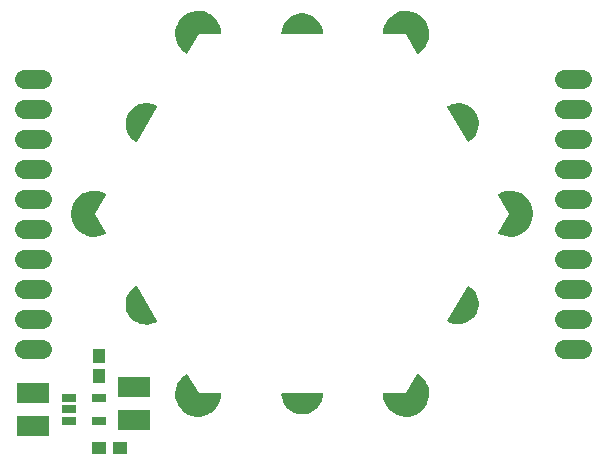
<source format=gbr>
G04 EAGLE Gerber RS-274X export*
G75*
%MOMM*%
%FSLAX34Y34*%
%LPD*%
%INSoldermask Bottom*%
%IPPOS*%
%AMOC8*
5,1,8,0,0,1.08239X$1,22.5*%
G01*
%ADD10C,1.101600*%
%ADD11C,1.625600*%
%ADD12R,1.301600X0.651600*%
%ADD13R,1.101600X1.201600*%
%ADD14R,2.801600X1.701600*%
%ADD15R,1.201600X1.101600*%

G36*
X538759Y340572D02*
X538759Y340572D01*
X538793Y340581D01*
X538842Y340584D01*
X541946Y341312D01*
X541978Y341327D01*
X542025Y341338D01*
X544965Y342573D01*
X544994Y342593D01*
X545039Y342612D01*
X547731Y344321D01*
X547756Y344345D01*
X547798Y344371D01*
X550167Y346505D01*
X550172Y346511D01*
X550175Y346514D01*
X550185Y346528D01*
X550188Y346533D01*
X550224Y346566D01*
X552205Y349064D01*
X552221Y349096D01*
X552251Y349134D01*
X553787Y351928D01*
X553798Y351962D01*
X553821Y352004D01*
X554870Y355016D01*
X554874Y355050D01*
X554891Y355097D01*
X555422Y358240D01*
X555421Y358276D01*
X555429Y358324D01*
X555429Y361512D01*
X555422Y361547D01*
X555422Y361596D01*
X554891Y364739D01*
X554878Y364772D01*
X554870Y364820D01*
X553821Y367832D01*
X553803Y367862D01*
X553787Y367908D01*
X552251Y370702D01*
X552228Y370729D01*
X552205Y370772D01*
X550224Y373270D01*
X550197Y373293D01*
X550167Y373331D01*
X547798Y375465D01*
X547767Y375483D01*
X547731Y375515D01*
X545039Y377224D01*
X545006Y377236D01*
X544965Y377263D01*
X542025Y378498D01*
X541991Y378505D01*
X541946Y378524D01*
X538842Y379252D01*
X538806Y379253D01*
X538759Y379264D01*
X535577Y379465D01*
X535542Y379460D01*
X535493Y379463D01*
X532322Y379130D01*
X532289Y379119D01*
X532240Y379114D01*
X529169Y378256D01*
X529138Y378241D01*
X529091Y378227D01*
X526205Y376870D01*
X526182Y376852D01*
X526155Y376842D01*
X526103Y376793D01*
X526046Y376751D01*
X526031Y376726D01*
X526010Y376706D01*
X525981Y376641D01*
X525946Y376579D01*
X525942Y376550D01*
X525930Y376524D01*
X525929Y376453D01*
X525920Y376382D01*
X525928Y376354D01*
X525928Y376325D01*
X525962Y376232D01*
X525974Y376191D01*
X525981Y376182D01*
X525985Y376169D01*
X535342Y359918D01*
X525985Y343667D01*
X525976Y343640D01*
X525959Y343616D01*
X525945Y343546D01*
X525922Y343478D01*
X525925Y343449D01*
X525919Y343421D01*
X525933Y343351D01*
X525938Y343280D01*
X525952Y343254D01*
X525957Y343226D01*
X525997Y343167D01*
X526030Y343104D01*
X526052Y343085D01*
X526069Y343061D01*
X526151Y343004D01*
X526183Y342977D01*
X526194Y342974D01*
X526205Y342966D01*
X529091Y341609D01*
X529125Y341600D01*
X529169Y341580D01*
X532240Y340722D01*
X532275Y340720D01*
X532322Y340706D01*
X535493Y340373D01*
X535528Y340376D01*
X535577Y340371D01*
X538759Y340572D01*
G37*
G36*
X184294Y340376D02*
X184294Y340376D01*
X184343Y340373D01*
X187514Y340706D01*
X187547Y340717D01*
X187596Y340722D01*
X190667Y341580D01*
X190698Y341595D01*
X190745Y341609D01*
X193631Y342966D01*
X193654Y342984D01*
X193681Y342994D01*
X193733Y343043D01*
X193790Y343085D01*
X193805Y343110D01*
X193826Y343130D01*
X193855Y343195D01*
X193890Y343257D01*
X193894Y343286D01*
X193906Y343312D01*
X193907Y343383D01*
X193916Y343454D01*
X193908Y343482D01*
X193909Y343511D01*
X193874Y343604D01*
X193862Y343645D01*
X193855Y343654D01*
X193851Y343667D01*
X184494Y359918D01*
X193851Y376169D01*
X193860Y376197D01*
X193877Y376221D01*
X193891Y376290D01*
X193914Y376358D01*
X193911Y376387D01*
X193917Y376415D01*
X193903Y376485D01*
X193898Y376556D01*
X193884Y376582D01*
X193879Y376610D01*
X193839Y376669D01*
X193806Y376732D01*
X193784Y376751D01*
X193767Y376775D01*
X193685Y376832D01*
X193653Y376859D01*
X193642Y376862D01*
X193631Y376870D01*
X190745Y378227D01*
X190711Y378236D01*
X190667Y378256D01*
X187596Y379114D01*
X187561Y379116D01*
X187514Y379130D01*
X184343Y379463D01*
X184308Y379460D01*
X184259Y379465D01*
X181077Y379264D01*
X181043Y379255D01*
X180994Y379252D01*
X177890Y378524D01*
X177858Y378510D01*
X177811Y378498D01*
X177277Y378274D01*
X176089Y377775D01*
X174901Y377275D01*
X174871Y377263D01*
X174842Y377243D01*
X174797Y377224D01*
X172105Y375515D01*
X172080Y375491D01*
X172039Y375465D01*
X169669Y373331D01*
X169648Y373303D01*
X169612Y373270D01*
X167631Y370772D01*
X167615Y370740D01*
X167585Y370702D01*
X166049Y367908D01*
X166038Y367874D01*
X166015Y367832D01*
X164966Y364820D01*
X164962Y364786D01*
X164945Y364739D01*
X164414Y361596D01*
X164415Y361561D01*
X164407Y361512D01*
X164407Y358324D01*
X164414Y358289D01*
X164414Y358240D01*
X164945Y355097D01*
X164958Y355064D01*
X164966Y355016D01*
X166015Y352004D01*
X166033Y351974D01*
X166049Y351928D01*
X167585Y349134D01*
X167608Y349107D01*
X167631Y349064D01*
X169612Y346566D01*
X169639Y346543D01*
X169669Y346505D01*
X172039Y344371D01*
X172069Y344353D01*
X172105Y344321D01*
X174797Y342612D01*
X174830Y342600D01*
X174871Y342573D01*
X177811Y341338D01*
X177845Y341331D01*
X177890Y341312D01*
X180994Y340584D01*
X181030Y340583D01*
X181077Y340572D01*
X184259Y340371D01*
X184294Y340376D01*
G37*
G36*
X273100Y188036D02*
X273100Y188036D01*
X273148Y188035D01*
X276297Y188496D01*
X276330Y188508D01*
X276378Y188515D01*
X279406Y189494D01*
X279436Y189512D01*
X279483Y189527D01*
X282304Y190998D01*
X282331Y191020D01*
X282375Y191042D01*
X284912Y192963D01*
X284935Y192989D01*
X284974Y193019D01*
X287155Y195336D01*
X287173Y195366D01*
X287207Y195401D01*
X288971Y198049D01*
X288984Y198082D01*
X289011Y198123D01*
X290309Y201028D01*
X290316Y201062D01*
X290336Y201107D01*
X291131Y204188D01*
X291133Y204223D01*
X291145Y204270D01*
X291415Y207441D01*
X291412Y207470D01*
X291417Y207500D01*
X291401Y207568D01*
X291393Y207638D01*
X291378Y207664D01*
X291371Y207693D01*
X291329Y207750D01*
X291294Y207811D01*
X291271Y207829D01*
X291253Y207853D01*
X291193Y207889D01*
X291136Y207932D01*
X291108Y207939D01*
X291082Y207955D01*
X290986Y207971D01*
X290944Y207982D01*
X290932Y207980D01*
X290918Y207982D01*
X272207Y207982D01*
X262851Y224232D01*
X262831Y224254D01*
X262819Y224281D01*
X262779Y224317D01*
X262757Y224346D01*
X262743Y224354D01*
X262719Y224381D01*
X262693Y224394D01*
X262671Y224414D01*
X262604Y224436D01*
X262586Y224447D01*
X262579Y224448D01*
X262540Y224467D01*
X262510Y224469D01*
X262483Y224478D01*
X262426Y224474D01*
X262422Y224475D01*
X262407Y224475D01*
X262401Y224474D01*
X262341Y224476D01*
X262313Y224466D01*
X262284Y224464D01*
X262231Y224439D01*
X262212Y224435D01*
X262191Y224421D01*
X262155Y224407D01*
X262146Y224399D01*
X262134Y224393D01*
X259519Y222580D01*
X259494Y222555D01*
X259454Y222527D01*
X257178Y220304D01*
X257158Y220275D01*
X257123Y220241D01*
X255250Y217668D01*
X255235Y217637D01*
X255207Y217597D01*
X253788Y214749D01*
X253779Y214715D01*
X253758Y214671D01*
X252834Y211626D01*
X252831Y211591D01*
X252817Y211544D01*
X252414Y208388D01*
X252417Y208353D01*
X252411Y208304D01*
X252540Y205125D01*
X252548Y205091D01*
X252550Y205042D01*
X253208Y201929D01*
X253222Y201897D01*
X253232Y201849D01*
X254400Y198889D01*
X254419Y198860D01*
X254437Y198814D01*
X256082Y196090D01*
X256106Y196065D01*
X256131Y196023D01*
X258208Y193612D01*
X258235Y193590D01*
X258267Y193553D01*
X260716Y191522D01*
X260747Y191505D01*
X260785Y191474D01*
X263539Y189880D01*
X263572Y189869D01*
X263614Y189844D01*
X266595Y188731D01*
X266630Y188726D01*
X266676Y188709D01*
X269801Y188109D01*
X269836Y188109D01*
X269884Y188100D01*
X273065Y188030D01*
X273100Y188036D01*
G37*
G36*
X449952Y188100D02*
X449952Y188100D01*
X449987Y188108D01*
X450035Y188109D01*
X453160Y188709D01*
X453193Y188722D01*
X453241Y188731D01*
X456222Y189844D01*
X456251Y189863D01*
X456297Y189880D01*
X459051Y191474D01*
X459077Y191497D01*
X459120Y191522D01*
X461569Y193553D01*
X461591Y193580D01*
X461629Y193612D01*
X463705Y196023D01*
X463722Y196053D01*
X463754Y196090D01*
X465399Y198814D01*
X465411Y198847D01*
X465436Y198889D01*
X465611Y199333D01*
X465808Y199832D01*
X466604Y201849D01*
X466610Y201883D01*
X466628Y201929D01*
X467286Y205042D01*
X467286Y205077D01*
X467296Y205125D01*
X467426Y208304D01*
X467420Y208339D01*
X467422Y208388D01*
X467019Y211544D01*
X467008Y211577D01*
X467002Y211626D01*
X466079Y214671D01*
X466066Y214694D01*
X466065Y214700D01*
X466061Y214705D01*
X466048Y214749D01*
X464629Y217597D01*
X464608Y217625D01*
X464586Y217668D01*
X462713Y220241D01*
X462687Y220264D01*
X462658Y220304D01*
X460382Y222527D01*
X460352Y222546D01*
X460317Y222580D01*
X457702Y224393D01*
X457675Y224405D01*
X457653Y224424D01*
X457612Y224436D01*
X457593Y224447D01*
X457567Y224451D01*
X457520Y224472D01*
X457490Y224472D01*
X457462Y224480D01*
X457392Y224472D01*
X457321Y224473D01*
X457294Y224461D01*
X457264Y224458D01*
X457227Y224437D01*
X457219Y224435D01*
X457200Y224422D01*
X457137Y224396D01*
X457117Y224375D01*
X457091Y224360D01*
X457067Y224331D01*
X457055Y224323D01*
X457037Y224295D01*
X457029Y224285D01*
X456999Y224254D01*
X456994Y224243D01*
X456985Y224232D01*
X447629Y207982D01*
X428918Y207982D01*
X428889Y207976D01*
X428859Y207979D01*
X428792Y207957D01*
X428723Y207943D01*
X428699Y207926D01*
X428670Y207917D01*
X428617Y207870D01*
X428559Y207830D01*
X428543Y207805D01*
X428521Y207785D01*
X428490Y207722D01*
X428452Y207663D01*
X428447Y207633D01*
X428434Y207606D01*
X428426Y207509D01*
X428419Y207466D01*
X428422Y207455D01*
X428421Y207441D01*
X428691Y204270D01*
X428701Y204237D01*
X428705Y204188D01*
X429500Y201107D01*
X429515Y201075D01*
X429527Y201028D01*
X430825Y198123D01*
X430845Y198094D01*
X430865Y198049D01*
X432629Y195401D01*
X432654Y195376D01*
X432681Y195336D01*
X434862Y193019D01*
X434891Y192999D01*
X434924Y192963D01*
X437461Y191042D01*
X437493Y191027D01*
X437532Y190998D01*
X440353Y189527D01*
X440387Y189517D01*
X440431Y189494D01*
X443458Y188515D01*
X443493Y188511D01*
X443539Y188496D01*
X446688Y188035D01*
X446723Y188037D01*
X446771Y188030D01*
X449952Y188100D01*
G37*
G36*
X262444Y495364D02*
X262444Y495364D01*
X262515Y495363D01*
X262542Y495375D01*
X262572Y495378D01*
X262633Y495413D01*
X262699Y495440D01*
X262719Y495461D01*
X262745Y495476D01*
X262807Y495551D01*
X262838Y495582D01*
X262842Y495593D01*
X262851Y495604D01*
X272207Y511854D01*
X290918Y511854D01*
X290947Y511860D01*
X290977Y511857D01*
X291044Y511879D01*
X291113Y511893D01*
X291137Y511910D01*
X291166Y511920D01*
X291219Y511966D01*
X291277Y512006D01*
X291293Y512031D01*
X291315Y512051D01*
X291346Y512114D01*
X291384Y512173D01*
X291389Y512203D01*
X291402Y512230D01*
X291410Y512327D01*
X291417Y512370D01*
X291414Y512381D01*
X291415Y512395D01*
X291145Y515566D01*
X291136Y515600D01*
X291131Y515648D01*
X290336Y518729D01*
X290321Y518761D01*
X290309Y518808D01*
X289011Y521713D01*
X288991Y521742D01*
X288971Y521787D01*
X287207Y524435D01*
X287182Y524460D01*
X287155Y524500D01*
X284974Y526817D01*
X284945Y526837D01*
X284912Y526873D01*
X282375Y528794D01*
X282343Y528809D01*
X282304Y528838D01*
X279483Y530309D01*
X279449Y530319D01*
X279406Y530342D01*
X276378Y531321D01*
X276343Y531325D01*
X276297Y531340D01*
X273148Y531801D01*
X273113Y531799D01*
X273065Y531806D01*
X269884Y531736D01*
X269850Y531728D01*
X269801Y531727D01*
X266676Y531127D01*
X266643Y531114D01*
X266595Y531105D01*
X263614Y529992D01*
X263585Y529973D01*
X263539Y529956D01*
X260785Y528362D01*
X260759Y528339D01*
X260716Y528314D01*
X258267Y526283D01*
X258245Y526256D01*
X258208Y526224D01*
X256131Y523813D01*
X256114Y523783D01*
X256082Y523746D01*
X254437Y521022D01*
X254425Y520989D01*
X254400Y520947D01*
X253232Y517987D01*
X253226Y517953D01*
X253208Y517907D01*
X252550Y514794D01*
X252550Y514759D01*
X252540Y514711D01*
X252411Y511532D01*
X252416Y511497D01*
X252414Y511448D01*
X252817Y508292D01*
X252828Y508259D01*
X252834Y508210D01*
X253758Y505165D01*
X253771Y505140D01*
X253774Y505129D01*
X253777Y505124D01*
X253788Y505087D01*
X255207Y502239D01*
X255228Y502211D01*
X255250Y502168D01*
X257123Y499596D01*
X257149Y499572D01*
X257178Y499532D01*
X259454Y497309D01*
X259484Y497290D01*
X259519Y497256D01*
X262134Y495443D01*
X262161Y495431D01*
X262183Y495412D01*
X262251Y495392D01*
X262316Y495364D01*
X262346Y495364D01*
X262374Y495356D01*
X262444Y495364D01*
G37*
G36*
X457424Y495363D02*
X457424Y495363D01*
X457495Y495360D01*
X457523Y495370D01*
X457552Y495372D01*
X457641Y495414D01*
X457681Y495429D01*
X457690Y495437D01*
X457702Y495443D01*
X460317Y497256D01*
X460342Y497281D01*
X460382Y497309D01*
X462658Y499532D01*
X462678Y499561D01*
X462713Y499596D01*
X464586Y502168D01*
X464601Y502199D01*
X464629Y502239D01*
X466048Y505087D01*
X466057Y505121D01*
X466079Y505165D01*
X467002Y508210D01*
X467005Y508245D01*
X467019Y508292D01*
X467422Y511448D01*
X467419Y511483D01*
X467426Y511532D01*
X467296Y514711D01*
X467288Y514745D01*
X467286Y514794D01*
X466628Y517907D01*
X466614Y517939D01*
X466604Y517987D01*
X465436Y520947D01*
X465417Y520976D01*
X465399Y521022D01*
X463754Y523746D01*
X463730Y523771D01*
X463705Y523813D01*
X461629Y526224D01*
X461601Y526246D01*
X461569Y526283D01*
X459120Y528314D01*
X459089Y528331D01*
X459051Y528362D01*
X456297Y529956D01*
X456264Y529967D01*
X456222Y529992D01*
X453241Y531105D01*
X453206Y531110D01*
X453160Y531127D01*
X450035Y531727D01*
X450000Y531727D01*
X449952Y531736D01*
X446771Y531806D01*
X446737Y531800D01*
X446688Y531801D01*
X443539Y531340D01*
X443506Y531328D01*
X443458Y531321D01*
X440431Y530342D01*
X440400Y530324D01*
X440353Y530309D01*
X437532Y528838D01*
X437505Y528816D01*
X437461Y528794D01*
X434924Y526873D01*
X434901Y526847D01*
X434862Y526817D01*
X432681Y524500D01*
X432663Y524470D01*
X432629Y524435D01*
X430865Y521787D01*
X430852Y521754D01*
X430825Y521713D01*
X429527Y518808D01*
X429520Y518774D01*
X429500Y518729D01*
X428705Y515648D01*
X428703Y515613D01*
X428691Y515566D01*
X428421Y512395D01*
X428424Y512366D01*
X428419Y512336D01*
X428435Y512268D01*
X428443Y512198D01*
X428458Y512172D01*
X428465Y512143D01*
X428507Y512086D01*
X428542Y512025D01*
X428565Y512007D01*
X428583Y511983D01*
X428643Y511947D01*
X428700Y511904D01*
X428728Y511897D01*
X428754Y511881D01*
X428850Y511865D01*
X428892Y511854D01*
X428904Y511856D01*
X428918Y511854D01*
X447629Y511854D01*
X456985Y495604D01*
X457005Y495582D01*
X457017Y495555D01*
X457070Y495508D01*
X457117Y495455D01*
X457143Y495442D01*
X457165Y495422D01*
X457232Y495399D01*
X457296Y495369D01*
X457326Y495368D01*
X457353Y495358D01*
X457424Y495363D01*
G37*
G36*
X494298Y266441D02*
X494298Y266441D01*
X494331Y266450D01*
X494380Y266453D01*
X497123Y267070D01*
X497154Y267084D01*
X497201Y267095D01*
X499805Y268155D01*
X499834Y268174D01*
X499879Y268192D01*
X502273Y269666D01*
X502298Y269690D01*
X502339Y269715D01*
X504458Y271563D01*
X504479Y271591D01*
X504516Y271623D01*
X506301Y273794D01*
X506318Y273825D01*
X506348Y273862D01*
X507752Y276298D01*
X507763Y276331D01*
X507787Y276373D01*
X508771Y279007D01*
X508776Y279041D01*
X508793Y279086D01*
X509330Y281846D01*
X509330Y281881D01*
X509339Y281928D01*
X509414Y284739D01*
X509411Y284757D01*
X509414Y284772D01*
X509409Y284793D01*
X509410Y284821D01*
X509021Y287606D01*
X509010Y287638D01*
X509003Y287686D01*
X508162Y290369D01*
X508145Y290399D01*
X508131Y290445D01*
X506859Y292953D01*
X506837Y292980D01*
X506816Y293023D01*
X505149Y295287D01*
X505123Y295311D01*
X505095Y295349D01*
X503078Y297308D01*
X503049Y297327D01*
X503014Y297361D01*
X500702Y298961D01*
X500675Y298973D01*
X500653Y298991D01*
X500585Y299011D01*
X500519Y299039D01*
X500490Y299039D01*
X500462Y299048D01*
X500392Y299040D01*
X500321Y299040D01*
X500294Y299029D01*
X500265Y299026D01*
X500203Y298991D01*
X500137Y298963D01*
X500117Y298942D01*
X500091Y298928D01*
X500028Y298851D01*
X499998Y298821D01*
X499994Y298810D01*
X499985Y298800D01*
X482985Y269300D01*
X482976Y269272D01*
X482960Y269248D01*
X482945Y269179D01*
X482922Y269111D01*
X482925Y269082D01*
X482919Y269054D01*
X482932Y268984D01*
X482938Y268913D01*
X482952Y268887D01*
X482957Y268858D01*
X482997Y268800D01*
X483030Y268737D01*
X483052Y268718D01*
X483069Y268694D01*
X483151Y268637D01*
X483183Y268610D01*
X483194Y268607D01*
X483205Y268599D01*
X485749Y267401D01*
X485783Y267393D01*
X485826Y267372D01*
X488532Y266609D01*
X488567Y266607D01*
X488613Y266594D01*
X491408Y266286D01*
X491443Y266290D01*
X491491Y266284D01*
X494298Y266441D01*
G37*
G36*
X228380Y266089D02*
X228380Y266089D01*
X228428Y266086D01*
X231223Y266394D01*
X231256Y266404D01*
X231304Y266409D01*
X234010Y267172D01*
X234041Y267188D01*
X234087Y267201D01*
X236631Y268399D01*
X236654Y268416D01*
X236681Y268426D01*
X236733Y268475D01*
X236790Y268518D01*
X236805Y268543D01*
X236826Y268563D01*
X236855Y268628D01*
X236891Y268689D01*
X236894Y268718D01*
X236906Y268745D01*
X236907Y268816D01*
X236916Y268887D01*
X236908Y268915D01*
X236908Y268944D01*
X236874Y269037D01*
X236862Y269078D01*
X236855Y269087D01*
X236851Y269100D01*
X219851Y298600D01*
X219831Y298622D01*
X219819Y298648D01*
X219766Y298696D01*
X219719Y298749D01*
X219693Y298761D01*
X219671Y298781D01*
X219604Y298804D01*
X219540Y298835D01*
X219511Y298836D01*
X219483Y298846D01*
X219412Y298841D01*
X219341Y298844D01*
X219314Y298834D01*
X219285Y298832D01*
X219195Y298789D01*
X219155Y298775D01*
X219146Y298767D01*
X219134Y298761D01*
X216822Y297161D01*
X216798Y297136D01*
X216758Y297108D01*
X214741Y295149D01*
X214722Y295121D01*
X214687Y295087D01*
X213020Y292823D01*
X213006Y292792D01*
X212977Y292753D01*
X211705Y290245D01*
X211701Y290231D01*
X211699Y290227D01*
X211697Y290214D01*
X211696Y290212D01*
X211674Y290169D01*
X210833Y287486D01*
X210829Y287452D01*
X210815Y287406D01*
X210426Y284621D01*
X210428Y284586D01*
X210422Y284539D01*
X210497Y281728D01*
X210505Y281694D01*
X210506Y281646D01*
X211043Y278886D01*
X211056Y278854D01*
X211065Y278807D01*
X212049Y276173D01*
X212067Y276144D01*
X212084Y276098D01*
X213488Y273662D01*
X213511Y273636D01*
X213535Y273594D01*
X215320Y271423D01*
X215347Y271401D01*
X215378Y271363D01*
X217497Y269515D01*
X217527Y269498D01*
X217563Y269466D01*
X219957Y267992D01*
X219990Y267980D01*
X220031Y267955D01*
X222635Y266895D01*
X222669Y266888D01*
X222713Y266870D01*
X225457Y266253D01*
X225491Y266252D01*
X225538Y266241D01*
X228345Y266084D01*
X228380Y266089D01*
G37*
G36*
X500424Y420795D02*
X500424Y420795D01*
X500495Y420792D01*
X500522Y420802D01*
X500552Y420804D01*
X500641Y420847D01*
X500681Y420861D01*
X500690Y420869D01*
X500702Y420875D01*
X503014Y422475D01*
X503038Y422500D01*
X503078Y422528D01*
X505095Y424487D01*
X505114Y424515D01*
X505149Y424549D01*
X506816Y426813D01*
X506830Y426844D01*
X506859Y426883D01*
X508131Y429391D01*
X508140Y429424D01*
X508162Y429467D01*
X509003Y432150D01*
X509007Y432184D01*
X509021Y432230D01*
X509410Y435015D01*
X509408Y435050D01*
X509414Y435097D01*
X509339Y437908D01*
X509331Y437942D01*
X509330Y437990D01*
X508793Y440750D01*
X508780Y440782D01*
X508771Y440829D01*
X507787Y443463D01*
X507769Y443493D01*
X507752Y443538D01*
X506348Y445974D01*
X506325Y446000D01*
X506301Y446042D01*
X504516Y448213D01*
X504489Y448235D01*
X504458Y448273D01*
X502339Y450121D01*
X502309Y450138D01*
X502273Y450170D01*
X499879Y451644D01*
X499846Y451656D01*
X499805Y451681D01*
X497201Y452741D01*
X497167Y452748D01*
X497123Y452766D01*
X494380Y453383D01*
X494345Y453384D01*
X494298Y453395D01*
X491491Y453552D01*
X491456Y453547D01*
X491408Y453550D01*
X488613Y453243D01*
X488580Y453232D01*
X488532Y453227D01*
X485826Y452464D01*
X485795Y452448D01*
X485749Y452435D01*
X483205Y451237D01*
X483182Y451220D01*
X483155Y451210D01*
X483103Y451161D01*
X483046Y451118D01*
X483031Y451093D01*
X483010Y451073D01*
X482981Y451008D01*
X482946Y450947D01*
X482942Y450918D01*
X482930Y450891D01*
X482929Y450820D01*
X482920Y450749D01*
X482928Y450721D01*
X482928Y450692D01*
X482962Y450599D01*
X482974Y450558D01*
X482981Y450549D01*
X482985Y450536D01*
X499985Y421036D01*
X500005Y421014D01*
X500017Y420988D01*
X500070Y420941D01*
X500117Y420887D01*
X500143Y420875D01*
X500165Y420855D01*
X500232Y420832D01*
X500296Y420801D01*
X500326Y420800D01*
X500353Y420790D01*
X500424Y420795D01*
G37*
G36*
X219443Y420796D02*
X219443Y420796D01*
X219513Y420795D01*
X219541Y420807D01*
X219571Y420810D01*
X219632Y420845D01*
X219697Y420871D01*
X219718Y420893D01*
X219745Y420908D01*
X219806Y420982D01*
X219836Y421013D01*
X219841Y421025D01*
X219851Y421036D01*
X236851Y450536D01*
X236860Y450565D01*
X236877Y450590D01*
X236891Y450659D01*
X236914Y450725D01*
X236911Y450755D01*
X236917Y450785D01*
X236903Y450853D01*
X236898Y450923D01*
X236884Y450950D01*
X236878Y450980D01*
X236838Y451037D01*
X236806Y451099D01*
X236783Y451119D01*
X236766Y451144D01*
X236686Y451199D01*
X236653Y451226D01*
X236641Y451230D01*
X236629Y451238D01*
X233938Y452490D01*
X233903Y452499D01*
X233856Y452520D01*
X230989Y453285D01*
X230953Y453288D01*
X230904Y453301D01*
X227947Y453557D01*
X227911Y453553D01*
X227860Y453557D01*
X224904Y453296D01*
X224870Y453285D01*
X224819Y453280D01*
X221953Y452510D01*
X221921Y452494D01*
X221871Y452480D01*
X219183Y451224D01*
X219154Y451202D01*
X219107Y451180D01*
X216678Y449476D01*
X216653Y449450D01*
X216611Y449420D01*
X214515Y447320D01*
X214495Y447290D01*
X214459Y447254D01*
X212759Y444822D01*
X212744Y444788D01*
X212715Y444746D01*
X211463Y442056D01*
X211455Y442020D01*
X211434Y441974D01*
X210668Y439107D01*
X210666Y439071D01*
X210653Y439021D01*
X210397Y436065D01*
X210401Y436029D01*
X210397Y435978D01*
X210658Y433022D01*
X210668Y432987D01*
X210673Y432936D01*
X211443Y430070D01*
X211460Y430038D01*
X211473Y429989D01*
X212729Y427300D01*
X212751Y427271D01*
X212773Y427225D01*
X214477Y424796D01*
X214503Y424771D01*
X214533Y424729D01*
X216633Y422632D01*
X216663Y422612D01*
X216700Y422576D01*
X219132Y420876D01*
X219160Y420864D01*
X219183Y420845D01*
X219250Y420825D01*
X219314Y420797D01*
X219345Y420797D01*
X219374Y420788D01*
X219443Y420796D01*
G37*
G36*
X376947Y511860D02*
X376947Y511860D01*
X376976Y511857D01*
X377043Y511879D01*
X377113Y511893D01*
X377137Y511910D01*
X377165Y511919D01*
X377218Y511966D01*
X377277Y512006D01*
X377293Y512030D01*
X377315Y512050D01*
X377346Y512114D01*
X377384Y512173D01*
X377389Y512202D01*
X377401Y512228D01*
X377410Y512328D01*
X377417Y512370D01*
X377414Y512380D01*
X377416Y512394D01*
X377184Y515192D01*
X377174Y515226D01*
X377170Y515274D01*
X376481Y517995D01*
X376466Y518027D01*
X376454Y518073D01*
X375326Y520645D01*
X375306Y520673D01*
X375287Y520717D01*
X373751Y523068D01*
X373727Y523092D01*
X373701Y523133D01*
X371799Y525198D01*
X371771Y525219D01*
X371738Y525254D01*
X369523Y526979D01*
X369492Y526994D01*
X369454Y527024D01*
X366984Y528360D01*
X366951Y528370D01*
X366909Y528393D01*
X364269Y529300D01*
X364253Y529305D01*
X364219Y529310D01*
X364173Y529325D01*
X361404Y529787D01*
X361369Y529786D01*
X361322Y529794D01*
X358514Y529794D01*
X358480Y529787D01*
X358432Y529787D01*
X355663Y529325D01*
X355630Y529313D01*
X355583Y529305D01*
X352927Y528393D01*
X352897Y528376D01*
X352852Y528360D01*
X350382Y527024D01*
X350356Y527002D01*
X350313Y526979D01*
X348098Y525254D01*
X348075Y525228D01*
X348037Y525198D01*
X346135Y523133D01*
X346117Y523103D01*
X346085Y523068D01*
X344549Y520717D01*
X344536Y520685D01*
X344510Y520645D01*
X343382Y518073D01*
X343375Y518040D01*
X343372Y518033D01*
X343366Y518024D01*
X343365Y518018D01*
X343355Y517995D01*
X342666Y515274D01*
X342664Y515239D01*
X342652Y515192D01*
X342420Y512394D01*
X342424Y512365D01*
X342419Y512336D01*
X342436Y512267D01*
X342444Y512197D01*
X342458Y512171D01*
X342465Y512143D01*
X342507Y512086D01*
X342542Y512024D01*
X342566Y512006D01*
X342583Y511983D01*
X342644Y511947D01*
X342701Y511904D01*
X342729Y511896D01*
X342754Y511881D01*
X342852Y511865D01*
X342893Y511854D01*
X342904Y511856D01*
X342918Y511854D01*
X376918Y511854D01*
X376947Y511860D01*
G37*
G36*
X361356Y190049D02*
X361356Y190049D01*
X361404Y190049D01*
X364173Y190511D01*
X364206Y190523D01*
X364253Y190531D01*
X366909Y191443D01*
X366939Y191460D01*
X366984Y191476D01*
X369454Y192812D01*
X369480Y192834D01*
X369523Y192857D01*
X371738Y194582D01*
X371761Y194608D01*
X371799Y194638D01*
X373701Y196703D01*
X373719Y196733D01*
X373751Y196768D01*
X375287Y199119D01*
X375300Y199151D01*
X375326Y199191D01*
X376454Y201763D01*
X376461Y201796D01*
X376481Y201841D01*
X377170Y204562D01*
X377172Y204597D01*
X377184Y204644D01*
X377416Y207442D01*
X377412Y207471D01*
X377417Y207500D01*
X377401Y207569D01*
X377392Y207639D01*
X377378Y207665D01*
X377371Y207693D01*
X377329Y207750D01*
X377294Y207812D01*
X377270Y207830D01*
X377253Y207853D01*
X377192Y207889D01*
X377135Y207932D01*
X377107Y207940D01*
X377082Y207955D01*
X376984Y207971D01*
X376943Y207982D01*
X376932Y207980D01*
X376918Y207982D01*
X342918Y207982D01*
X342889Y207976D01*
X342860Y207979D01*
X342793Y207957D01*
X342723Y207943D01*
X342699Y207926D01*
X342671Y207917D01*
X342618Y207870D01*
X342559Y207830D01*
X342544Y207806D01*
X342522Y207786D01*
X342490Y207722D01*
X342452Y207663D01*
X342447Y207634D01*
X342435Y207608D01*
X342426Y207508D01*
X342419Y207466D01*
X342422Y207456D01*
X342420Y207442D01*
X342652Y204644D01*
X342662Y204610D01*
X342666Y204562D01*
X343355Y201841D01*
X343370Y201809D01*
X343382Y201763D01*
X344510Y199191D01*
X344530Y199163D01*
X344549Y199119D01*
X346085Y196768D01*
X346109Y196744D01*
X346135Y196703D01*
X348037Y194638D01*
X348065Y194617D01*
X348098Y194582D01*
X350313Y192857D01*
X350344Y192842D01*
X350382Y192812D01*
X352852Y191476D01*
X352885Y191466D01*
X352927Y191443D01*
X354018Y191068D01*
X355473Y190569D01*
X355583Y190531D01*
X355617Y190527D01*
X355663Y190511D01*
X358432Y190049D01*
X358467Y190050D01*
X358514Y190042D01*
X361322Y190042D01*
X361356Y190049D01*
G37*
D10*
X451918Y519253D03*
X543918Y359918D03*
X451918Y200583D03*
X267918Y200583D03*
X175918Y359918D03*
X267918Y519253D03*
X497918Y439486D03*
X497918Y280351D03*
X359918Y200583D03*
X221918Y280151D03*
X221918Y439486D03*
X359918Y519253D03*
D11*
X581660Y245618D02*
X596900Y245618D01*
X596900Y271018D02*
X581660Y271018D01*
X581660Y296418D02*
X596900Y296418D01*
X596900Y321818D02*
X581660Y321818D01*
X581660Y347218D02*
X596900Y347218D01*
X596900Y372618D02*
X581660Y372618D01*
X581660Y398018D02*
X596900Y398018D01*
X596900Y423418D02*
X581660Y423418D01*
X581660Y448818D02*
X596900Y448818D01*
X596900Y474218D02*
X581660Y474218D01*
X139700Y245618D02*
X124460Y245618D01*
X124460Y271018D02*
X139700Y271018D01*
X139700Y296418D02*
X124460Y296418D01*
X124460Y321818D02*
X139700Y321818D01*
X139700Y347218D02*
X124460Y347218D01*
X124460Y372618D02*
X139700Y372618D01*
X139700Y398018D02*
X124460Y398018D01*
X124460Y423418D02*
X139700Y423418D01*
X139700Y448818D02*
X124460Y448818D01*
X124460Y474218D02*
X139700Y474218D01*
D12*
X162260Y184810D03*
X162260Y194310D03*
X162260Y203810D03*
X188260Y203810D03*
X188260Y184810D03*
D13*
X187960Y222640D03*
X187960Y239640D03*
D14*
X217170Y185390D03*
X217170Y213390D03*
X132080Y180280D03*
X132080Y208280D03*
D15*
X188350Y161290D03*
X205350Y161290D03*
M02*

</source>
